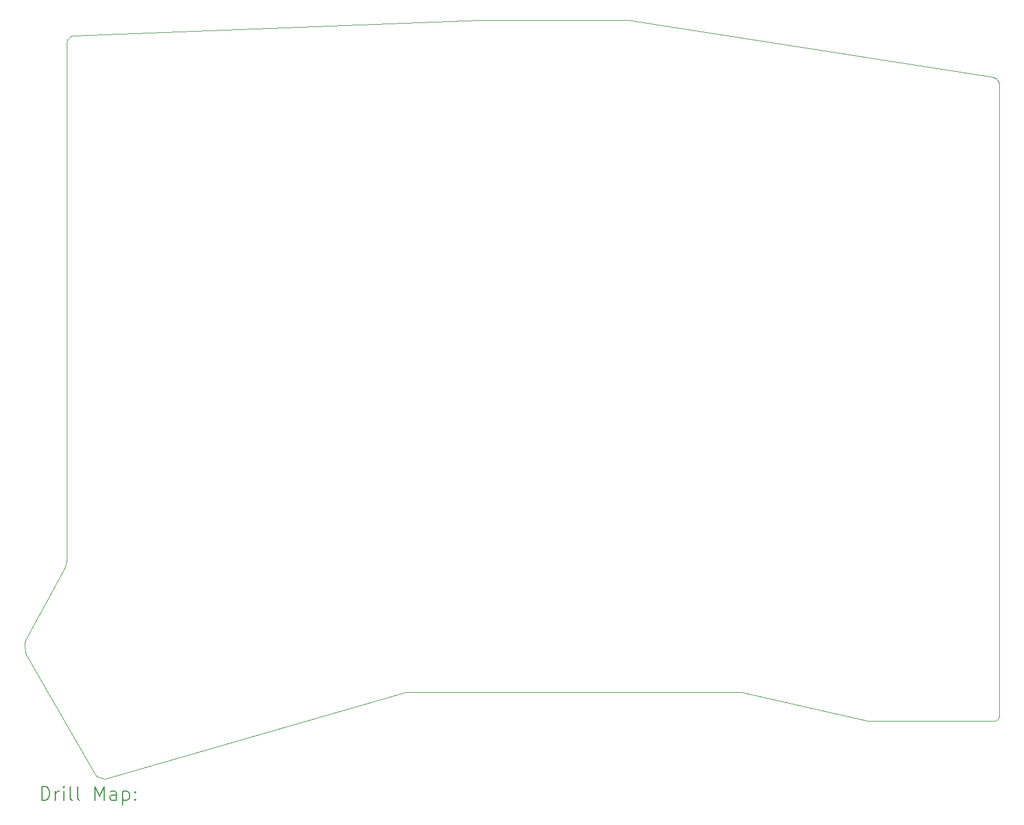
<source format=gbr>
%FSLAX45Y45*%
G04 Gerber Fmt 4.5, Leading zero omitted, Abs format (unit mm)*
G04 Created by KiCad (PCBNEW (6.0.2-0)) date 2022-03-06 07:47:04*
%MOMM*%
%LPD*%
G01*
G04 APERTURE LIST*
%TA.AperFunction,Profile*%
%ADD10C,0.100000*%
%TD*%
%ADD11C,0.200000*%
G04 APERTURE END LIST*
D10*
X22600888Y-4467281D02*
X22609528Y-4485367D01*
X9327500Y-14687500D02*
X8302500Y-12907500D01*
X17167500Y-3567500D02*
X22520044Y-4412015D01*
X8900026Y-11507500D02*
X8892500Y-11572500D01*
X9407500Y-14732500D02*
X9462500Y-14742500D01*
X8287500Y-12857500D02*
X8282500Y-12797500D01*
X9362500Y-14717500D02*
X9407500Y-14732500D01*
X22540211Y-4417178D02*
X22558687Y-4425647D01*
X8902226Y-3892026D02*
X8908938Y-3870401D01*
X8899886Y-3915243D02*
X8902226Y-3892026D01*
X8892500Y-11572500D02*
X8872500Y-11632500D01*
X8282500Y-12797500D02*
X8282500Y-12757500D01*
X9327500Y-14687500D02*
X9362500Y-14717500D01*
X22520044Y-4412015D02*
X22540211Y-4417178D01*
X22614938Y-4504957D02*
X22616818Y-4525690D01*
X8292500Y-12707500D02*
X8872500Y-11632500D01*
X8908938Y-3870401D02*
X8919559Y-3850833D01*
X8950675Y-3819716D02*
X8970244Y-3809094D01*
X22609528Y-4485367D02*
X22614938Y-4504957D01*
X14972500Y-3567500D02*
X9015085Y-3800040D01*
X8302500Y-12907500D02*
X8287500Y-12857500D01*
X8919559Y-3850833D02*
X8933626Y-3833783D01*
X8282500Y-12757500D02*
X8292500Y-12707500D01*
X8933626Y-3833783D02*
X8950675Y-3819716D01*
X13887913Y-13467500D02*
X9462500Y-14742500D01*
X8991868Y-3802381D02*
X9015085Y-3800040D01*
X22575162Y-4437060D02*
X22589332Y-4451058D01*
X8970244Y-3809094D02*
X8991868Y-3802381D01*
X14972500Y-3567500D02*
X17167500Y-3567500D01*
X22589332Y-4451058D02*
X22600888Y-4467281D01*
X8900026Y-11507500D02*
X8899886Y-3915243D01*
X22558687Y-4425647D02*
X22575162Y-4437060D01*
X13887913Y-13467500D02*
X18822190Y-13467300D01*
X20683220Y-13893282D02*
X18822190Y-13467300D01*
X22616818Y-4525690D02*
X22616670Y-13836397D01*
X22559264Y-13893282D02*
G75*
G03*
X22616670Y-13836397I508J56896D01*
G01*
X22559264Y-13893282D02*
X20683220Y-13893282D01*
D11*
X8535119Y-15057976D02*
X8535119Y-14857976D01*
X8582738Y-14857976D01*
X8611310Y-14867500D01*
X8630357Y-14886548D01*
X8639881Y-14905595D01*
X8649405Y-14943690D01*
X8649405Y-14972262D01*
X8639881Y-15010357D01*
X8630357Y-15029405D01*
X8611310Y-15048452D01*
X8582738Y-15057976D01*
X8535119Y-15057976D01*
X8735119Y-15057976D02*
X8735119Y-14924643D01*
X8735119Y-14962738D02*
X8744643Y-14943690D01*
X8754167Y-14934167D01*
X8773214Y-14924643D01*
X8792262Y-14924643D01*
X8858929Y-15057976D02*
X8858929Y-14924643D01*
X8858929Y-14857976D02*
X8849405Y-14867500D01*
X8858929Y-14877024D01*
X8868452Y-14867500D01*
X8858929Y-14857976D01*
X8858929Y-14877024D01*
X8982738Y-15057976D02*
X8963690Y-15048452D01*
X8954167Y-15029405D01*
X8954167Y-14857976D01*
X9087500Y-15057976D02*
X9068452Y-15048452D01*
X9058929Y-15029405D01*
X9058929Y-14857976D01*
X9316071Y-15057976D02*
X9316071Y-14857976D01*
X9382738Y-15000833D01*
X9449405Y-14857976D01*
X9449405Y-15057976D01*
X9630357Y-15057976D02*
X9630357Y-14953214D01*
X9620833Y-14934167D01*
X9601786Y-14924643D01*
X9563690Y-14924643D01*
X9544643Y-14934167D01*
X9630357Y-15048452D02*
X9611310Y-15057976D01*
X9563690Y-15057976D01*
X9544643Y-15048452D01*
X9535119Y-15029405D01*
X9535119Y-15010357D01*
X9544643Y-14991309D01*
X9563690Y-14981786D01*
X9611310Y-14981786D01*
X9630357Y-14972262D01*
X9725595Y-14924643D02*
X9725595Y-15124643D01*
X9725595Y-14934167D02*
X9744643Y-14924643D01*
X9782738Y-14924643D01*
X9801786Y-14934167D01*
X9811310Y-14943690D01*
X9820833Y-14962738D01*
X9820833Y-15019881D01*
X9811310Y-15038928D01*
X9801786Y-15048452D01*
X9782738Y-15057976D01*
X9744643Y-15057976D01*
X9725595Y-15048452D01*
X9906548Y-15038928D02*
X9916071Y-15048452D01*
X9906548Y-15057976D01*
X9897024Y-15048452D01*
X9906548Y-15038928D01*
X9906548Y-15057976D01*
X9906548Y-14934167D02*
X9916071Y-14943690D01*
X9906548Y-14953214D01*
X9897024Y-14943690D01*
X9906548Y-14934167D01*
X9906548Y-14953214D01*
M02*

</source>
